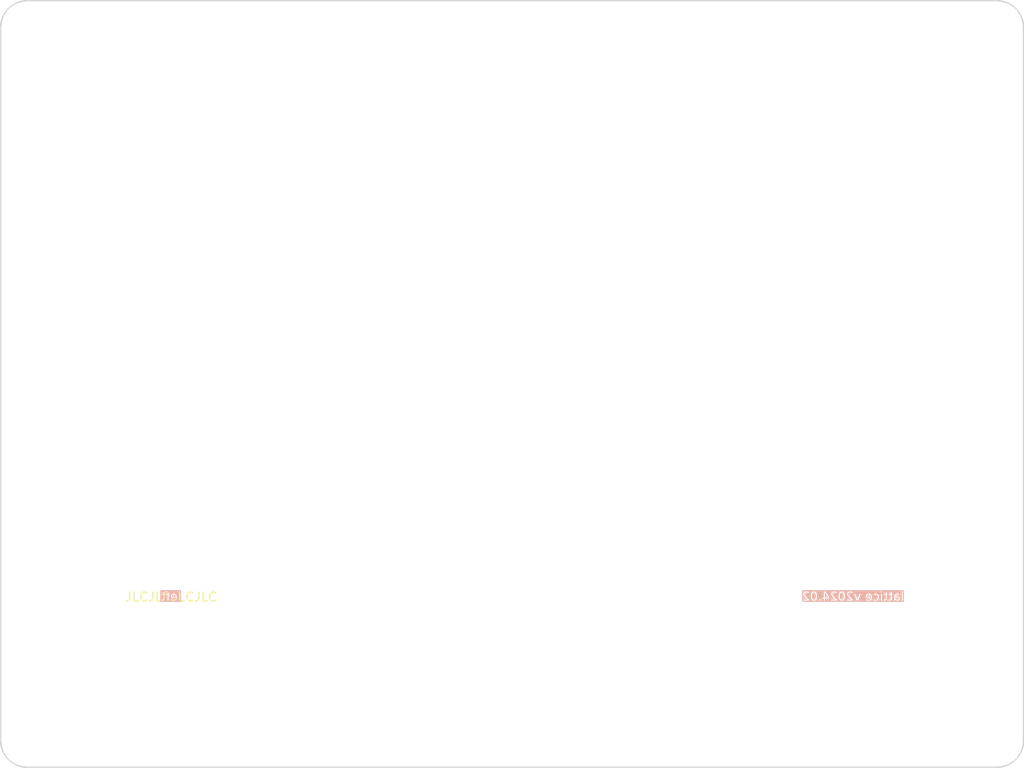
<source format=kicad_pcb>


(kicad_pcb (version 20171130) (host pcbnew 5.1.6)

  (page A4)
  (title_block
    (title lattice_left)
    (rev 2024.02)
    (company sboysel)
  )

  (general
    (thickness 1.6)
  )

  (layers
    (0 F.Cu signal)
    (31 B.Cu signal)
    (32 B.Adhes user)
    (33 F.Adhes user)
    (34 B.Paste user)
    (35 F.Paste user)
    (36 B.SilkS user)
    (37 F.SilkS user)
    (38 B.Mask user)
    (39 F.Mask user)
    (40 Dwgs.User user)
    (41 Cmts.User user)
    (42 Eco1.User user)
    (43 Eco2.User user)
    (44 Edge.Cuts user)
    (45 Margin user)
    (46 B.CrtYd user)
    (47 F.CrtYd user)
    (48 B.Fab user)
    (49 F.Fab user)
  )

  (setup
    (last_trace_width 0.25)
    (trace_clearance 0.2)
    (zone_clearance 0.508)
    (zone_45_only no)
    (trace_min 0.2)
    (via_size 0.8)
    (via_drill 0.4)
    (via_min_size 0.4)
    (via_min_drill 0.3)
    (uvia_size 0.3)
    (uvia_drill 0.1)
    (uvias_allowed no)
    (uvia_min_size 0.2)
    (uvia_min_drill 0.1)
    (edge_width 0.05)
    (segment_width 0.2)
    (pcb_text_width 0.3)
    (pcb_text_size 1.5 1.5)
    (mod_edge_width 0.12)
    (mod_text_size 1 1)
    (mod_text_width 0.15)
    (pad_size 1.524 1.524)
    (pad_drill 0.762)
    (pad_to_mask_clearance 0.05)
    (aux_axis_origin 0 0)
    (visible_elements FFFFFF7F)
    (pcbplotparams
      (layerselection 0x010fc_ffffffff)
      (usegerberextensions false)
      (usegerberattributes true)
      (usegerberadvancedattributes true)
      (creategerberjobfile true)
      (excludeedgelayer true)
      (linewidth 0.100000)
      (plotframeref false)
      (viasonmask false)
      (mode 1)
      (useauxorigin false)
      (hpglpennumber 1)
      (hpglpenspeed 20)
      (hpglpendiameter 15.000000)
      (psnegative false)
      (psa4output false)
      (plotreference true)
      (plotvalue true)
      (plotinvisibletext false)
      (padsonsilk false)
      (subtractmaskfromsilk false)
      (outputformat 1)
      (mirror false)
      (drillshape 1)
      (scaleselection 1)
      (outputdirectory ""))
  )

  (net 0 "")

  (net_class Default "This is the default net class."
    (clearance 0.2)
    (trace_width 0.25)
    (via_dia 0.8)
    (via_drill 0.4)
    (uvia_dia 0.3)
    (uvia_drill 0.1)
    (add_net "")
  )

  
    
        (module MX_SW_HS (layer B.Cu)

            (at 95.25 114.3 0)
            (fp_text reference "MX1" (at 0 0 0) (layer "B.Fab")
              (effects (font (size 1 1) (thickness 0.15)))
            )
        )
    
        

    
        (module MX_SW_HS (layer B.Cu)

            (at 95.25 95.25 0)
            (fp_text reference "MX2" (at 0 0 0) (layer "B.Fab")
              (effects (font (size 1 1) (thickness 0.15)))
            )
        )
    
        

    
        (module MX_SW_HS (layer B.Cu)

            (at 95.25 76.2 0)
            (fp_text reference "MX3" (at 0 0 0) (layer "B.Fab")
              (effects (font (size 1 1) (thickness 0.15)))
            )
        )
    
        

    
        (module MX_SW_HS (layer B.Cu)

            (at 95.25 57.150000000000006 0)
            (fp_text reference "MX4" (at 0 0 0) (layer "B.Fab")
              (effects (font (size 1 1) (thickness 0.15)))
            )
        )
    
        

    
        (module MX_SW_HS (layer B.Cu)

            (at 114.3 114.3 0)
            (fp_text reference "MX5" (at 0 0 0) (layer "B.Fab")
              (effects (font (size 1 1) (thickness 0.15)))
            )
        )
    
        

    
        (module MX_SW_HS (layer B.Cu)

            (at 114.3 95.25 0)
            (fp_text reference "MX6" (at 0 0 0) (layer "B.Fab")
              (effects (font (size 1 1) (thickness 0.15)))
            )
        )
    
        

    
        (module MX_SW_HS (layer B.Cu)

            (at 114.3 76.2 0)
            (fp_text reference "MX7" (at 0 0 0) (layer "B.Fab")
              (effects (font (size 1 1) (thickness 0.15)))
            )
        )
    
        

    
        (module MX_SW_HS (layer B.Cu)

            (at 114.3 57.150000000000006 0)
            (fp_text reference "MX8" (at 0 0 0) (layer "B.Fab")
              (effects (font (size 1 1) (thickness 0.15)))
            )
        )
    
        

    
        (module MX_SW_HS (layer B.Cu)

            (at 133.35 114.3 0)
            (fp_text reference "MX9" (at 0 0 0) (layer "B.Fab")
              (effects (font (size 1 1) (thickness 0.15)))
            )
        )
    
        

    
        (module MX_SW_HS (layer B.Cu)

            (at 133.35 95.25 0)
            (fp_text reference "MX10" (at 0 0 0) (layer "B.Fab")
              (effects (font (size 1 1) (thickness 0.15)))
            )
        )
    
        

    
        (module MX_SW_HS (layer B.Cu)

            (at 133.35 76.2 0)
            (fp_text reference "MX11" (at 0 0 0) (layer "B.Fab")
              (effects (font (size 1 1) (thickness 0.15)))
            )
        )
    
        

    
        (module MX_SW_HS (layer B.Cu)

            (at 133.35 57.150000000000006 0)
            (fp_text reference "MX12" (at 0 0 0) (layer "B.Fab")
              (effects (font (size 1 1) (thickness 0.15)))
            )
        )
    
        

    
        (module MX_SW_HS (layer B.Cu)

            (at 152.4 114.3 0)
            (fp_text reference "MX13" (at 0 0 0) (layer "B.Fab")
              (effects (font (size 1 1) (thickness 0.15)))
            )
        )
    
        

    
        (module MX_SW_HS (layer B.Cu)

            (at 152.4 95.25 0)
            (fp_text reference "MX14" (at 0 0 0) (layer "B.Fab")
              (effects (font (size 1 1) (thickness 0.15)))
            )
        )
    
        

    
        (module MX_SW_HS (layer B.Cu)

            (at 152.4 76.2 0)
            (fp_text reference "MX15" (at 0 0 0) (layer "B.Fab")
              (effects (font (size 1 1) (thickness 0.15)))
            )
        )
    
        

    
        (module MX_SW_HS (layer B.Cu)

            (at 152.4 57.150000000000006 0)
            (fp_text reference "MX16" (at 0 0 0) (layer "B.Fab")
              (effects (font (size 1 1) (thickness 0.15)))
            )
        )
    
        

    
        (module MX_SW_HS (layer B.Cu)

            (at 171.45 114.3 0)
            (fp_text reference "MX17" (at 0 0 0) (layer "B.Fab")
              (effects (font (size 1 1) (thickness 0.15)))
            )
        )
    
        

    
        (module MX_SW_HS (layer B.Cu)

            (at 171.45 95.25 0)
            (fp_text reference "MX18" (at 0 0 0) (layer "B.Fab")
              (effects (font (size 1 1) (thickness 0.15)))
            )
        )
    
        

    
        (module MX_SW_HS (layer B.Cu)

            (at 171.45 76.2 0)
            (fp_text reference "MX19" (at 0 0 0) (layer "B.Fab")
              (effects (font (size 1 1) (thickness 0.15)))
            )
        )
    
        

    
        (module MX_SW_HS (layer B.Cu)

            (at 171.45 57.150000000000006 0)
            (fp_text reference "MX20" (at 0 0 0) (layer "B.Fab")
              (effects (font (size 1 1) (thickness 0.15)))
            )
        )
    
        

    
        (module MX_SW_HS (layer B.Cu)

            (at 190.5 114.3 0)
            (fp_text reference "MX21" (at 0 0 0) (layer "B.Fab")
              (effects (font (size 1 1) (thickness 0.15)))
            )
        )
    
        

    
        (module MX_SW_HS (layer B.Cu)

            (at 190.5 95.25 0)
            (fp_text reference "MX22" (at 0 0 0) (layer "B.Fab")
              (effects (font (size 1 1) (thickness 0.15)))
            )
        )
    
        

    
        (module MX_SW_HS (layer B.Cu)

            (at 190.5 76.2 0)
            (fp_text reference "MX23" (at 0 0 0) (layer "B.Fab")
              (effects (font (size 1 1) (thickness 0.15)))
            )
        )
    
        

    
        (module MX_SW_HS (layer B.Cu)

            (at 190.5 57.150000000000006 0)
            (fp_text reference "MX24" (at 0 0 0) (layer "B.Fab")
              (effects (font (size 1 1) (thickness 0.15)))
            )
        )
    
        

    
        (module 1N4148W (layer B.Cu)

            (at 87.63 114.3 270)
            (fp_text reference "D1" (at 0 0 0) (layer "B.Fab")
              (effects (font (size 1 1) (thickness 0.15)))
            )
        )
    
        

    
        (module 1N4148W (layer B.Cu)

            (at 87.63 95.25 270)
            (fp_text reference "D2" (at 0 0 0) (layer "B.Fab")
              (effects (font (size 1 1) (thickness 0.15)))
            )
        )
    
        

    
        (module 1N4148W (layer B.Cu)

            (at 87.63 76.2 270)
            (fp_text reference "D3" (at 0 0 0) (layer "B.Fab")
              (effects (font (size 1 1) (thickness 0.15)))
            )
        )
    
        

    
        (module 1N4148W (layer B.Cu)

            (at 87.63 57.150000000000006 270)
            (fp_text reference "D4" (at 0 0 0) (layer "B.Fab")
              (effects (font (size 1 1) (thickness 0.15)))
            )
        )
    
        

    
        (module 1N4148W (layer B.Cu)

            (at 106.67999999999999 114.3 270)
            (fp_text reference "D5" (at 0 0 0) (layer "B.Fab")
              (effects (font (size 1 1) (thickness 0.15)))
            )
        )
    
        

    
        (module 1N4148W (layer B.Cu)

            (at 106.67999999999999 95.25 270)
            (fp_text reference "D6" (at 0 0 0) (layer "B.Fab")
              (effects (font (size 1 1) (thickness 0.15)))
            )
        )
    
        

    
        (module 1N4148W (layer B.Cu)

            (at 106.67999999999999 76.2 270)
            (fp_text reference "D7" (at 0 0 0) (layer "B.Fab")
              (effects (font (size 1 1) (thickness 0.15)))
            )
        )
    
        

    
        (module 1N4148W (layer B.Cu)

            (at 106.67999999999999 57.150000000000006 270)
            (fp_text reference "D8" (at 0 0 0) (layer "B.Fab")
              (effects (font (size 1 1) (thickness 0.15)))
            )
        )
    
        

    
        (module 1N4148W (layer B.Cu)

            (at 125.72999999999999 114.3 270)
            (fp_text reference "D9" (at 0 0 0) (layer "B.Fab")
              (effects (font (size 1 1) (thickness 0.15)))
            )
        )
    
        

    
        (module 1N4148W (layer B.Cu)

            (at 125.72999999999999 95.25 270)
            (fp_text reference "D10" (at 0 0 0) (layer "B.Fab")
              (effects (font (size 1 1) (thickness 0.15)))
            )
        )
    
        

    
        (module 1N4148W (layer B.Cu)

            (at 125.72999999999999 76.2 270)
            (fp_text reference "D11" (at 0 0 0) (layer "B.Fab")
              (effects (font (size 1 1) (thickness 0.15)))
            )
        )
    
        

    
        (module 1N4148W (layer B.Cu)

            (at 125.72999999999999 57.150000000000006 270)
            (fp_text reference "D12" (at 0 0 0) (layer "B.Fab")
              (effects (font (size 1 1) (thickness 0.15)))
            )
        )
    
        

    
        (module 1N4148W (layer B.Cu)

            (at 144.78 114.3 270)
            (fp_text reference "D13" (at 0 0 0) (layer "B.Fab")
              (effects (font (size 1 1) (thickness 0.15)))
            )
        )
    
        

    
        (module 1N4148W (layer B.Cu)

            (at 144.78 95.25 270)
            (fp_text reference "D14" (at 0 0 0) (layer "B.Fab")
              (effects (font (size 1 1) (thickness 0.15)))
            )
        )
    
        

    
        (module 1N4148W (layer B.Cu)

            (at 144.78 76.2 270)
            (fp_text reference "D15" (at 0 0 0) (layer "B.Fab")
              (effects (font (size 1 1) (thickness 0.15)))
            )
        )
    
        

    
        (module 1N4148W (layer B.Cu)

            (at 144.78 57.150000000000006 270)
            (fp_text reference "D16" (at 0 0 0) (layer "B.Fab")
              (effects (font (size 1 1) (thickness 0.15)))
            )
        )
    
        

    
        (module 1N4148W (layer B.Cu)

            (at 163.82999999999998 114.3 270)
            (fp_text reference "D17" (at 0 0 0) (layer "B.Fab")
              (effects (font (size 1 1) (thickness 0.15)))
            )
        )
    
        

    
        (module 1N4148W (layer B.Cu)

            (at 163.82999999999998 95.25 270)
            (fp_text reference "D18" (at 0 0 0) (layer "B.Fab")
              (effects (font (size 1 1) (thickness 0.15)))
            )
        )
    
        

    
        (module 1N4148W (layer B.Cu)

            (at 163.82999999999998 76.2 270)
            (fp_text reference "D19" (at 0 0 0) (layer "B.Fab")
              (effects (font (size 1 1) (thickness 0.15)))
            )
        )
    
        

    
        (module 1N4148W (layer B.Cu)

            (at 163.82999999999998 57.150000000000006 270)
            (fp_text reference "D20" (at 0 0 0) (layer "B.Fab")
              (effects (font (size 1 1) (thickness 0.15)))
            )
        )
    
        

    
        (module 1N4148W (layer B.Cu)

            (at 182.88 114.3 270)
            (fp_text reference "D21" (at 0 0 0) (layer "B.Fab")
              (effects (font (size 1 1) (thickness 0.15)))
            )
        )
    
        

    
        (module 1N4148W (layer B.Cu)

            (at 182.88 95.25 270)
            (fp_text reference "D22" (at 0 0 0) (layer "B.Fab")
              (effects (font (size 1 1) (thickness 0.15)))
            )
        )
    
        

    
        (module 1N4148W (layer B.Cu)

            (at 182.88 76.2 270)
            (fp_text reference "D23" (at 0 0 0) (layer "B.Fab")
              (effects (font (size 1 1) (thickness 0.15)))
            )
        )
    
        

    
        (module 1N4148W (layer B.Cu)

            (at 182.88 57.150000000000006 270)
            (fp_text reference "D24" (at 0 0 0) (layer "B.Fab")
              (effects (font (size 1 1) (thickness 0.15)))
            )
        )
    
        

    
        (module USB_C_Receptacle (layer B.Cu)

            (at 95.25 40.300000000000004 0)
            (fp_text reference "J1" (at 0 0 0) (layer "B.Fab")
              (effects (font (size 1 1) (thickness 0.15)))
            )
        )
    
        

    
        (module USB_C_Receptacle (layer B.Cu)

            (at 190.5 40.300000000000004 0)
            (fp_text reference "J2" (at 0 0 0) (layer "B.Fab")
              (effects (font (size 1 1) (thickness 0.15)))
            )
        )
    
        

    
        (module RP2040 (layer B.Cu)

            (at 152.4 45.243750000000006 45)
            (fp_text reference "U1" (at 0 0 0) (layer "B.Fab")
              (effects (font (size 1 1) (thickness 0.15)))
            )
        )
    
        

    
        (module W25Q128JVS (layer B.Cu)

            (at 114.3 45.243750000000006 0)
            (fp_text reference "U2" (at 0 0 0) (layer "B.Fab")
              (effects (font (size 1 1) (thickness 0.15)))
            )
        )
    
        

    
        (module USBLC6-2SC6 (layer B.Cu)

            (at 133.35 45.243750000000006 0)
            (fp_text reference "U3" (at 0 0 0) (layer "B.Fab")
              (effects (font (size 1 1) (thickness 0.15)))
            )
        )
    
        

    
        (module XC6206PxxxMR (layer B.Cu)

            (at 166.6875 45.243750000000006 0)
            (fp_text reference "U4" (at 0 0 0) (layer "B.Fab")
              (effects (font (size 1 1) (thickness 0.15)))
            )
        )
    
        

    
        (module Crystal_GND24_Small (layer B.Cu)

            (at 176.21249999999998 45.243750000000006 0)
            (fp_text reference "Y1" (at 0 0 0) (layer "B.Fab")
              (effects (font (size 1 1) (thickness 0.15)))
            )
        )
    
        

    
        (module 500mA (layer B.Cu)

            (at 104.775 45.243750000000006 90)
            (fp_text reference "F1" (at 0 0 0) (layer "B.Fab")
              (effects (font (size 1 1) (thickness 0.15)))
            )
        )
    
        

    
        (module 5k1 (layer B.Cu)

            (at 88.25 46.62500000000001 180)
            (fp_text reference "R1" (at 0 0 0) (layer "B.Fab")
              (effects (font (size 1 1) (thickness 0.15)))
            )
        )
    
        

    
        (module 5k1 (layer B.Cu)

            (at 88.25 48.62500000000001 180)
            (fp_text reference "R2" (at 0 0 0) (layer "B.Fab")
              (effects (font (size 1 1) (thickness 0.15)))
            )
        )
    
        

    
        (module Logo_Open_Hardware_Small (layer B.Cu)

            (at 142.875 104.77499999999999 180)
            (fp_text reference "SYM1" (at 0 0 0) (layer "B.Fab")
              (effects (font (size 1 1) (thickness 0.15)))
            )
        )
    
        

            (gr_text "JLCJLCJLCJLC" (at 104.775 104.77499999999999 0) (layer F.SilkS)
                (effects (font (size 1 1) (thickness 0.15)) )
            )
        

            (gr_text "left" (at 104.775 104.77499999999999 0) (layer B.SilkS knockout)
                (effects (font  (face "JetBrainsMono NF") (size 1 1) (thickness 0.15)) (justify mirror))
            )
        

            (gr_text "lattice v2024.02" (at 180.975 104.77499999999999 0) (layer B.SilkS knockout)
                (effects (font  (face "JetBrainsMono NF") (size 1 1) (thickness 0.15)) (justify mirror))
            )
        
  (gr_line (start 85.725 120.825) (end 85.725 41.10000000000001) (angle 90) (layer Edge.Cuts) (width 0.15))
(gr_line (start 88.725 38.10000000000001) (end 197.025 38.10000000000001) (angle 90) (layer Edge.Cuts) (width 0.15))
(gr_line (start 200.025 41.10000000000001) (end 200.025 120.825) (angle 90) (layer Edge.Cuts) (width 0.15))
(gr_line (start 197.025 123.825) (end 88.725 123.825) (angle 90) (layer Edge.Cuts) (width 0.15))
(gr_arc (start 88.725 41.10000000000001) (end 88.725 38.10000000000001) (angle -90) (layer Edge.Cuts) (width 0.15))
(gr_arc (start 197.025 41.10000000000001) (end 200.025 41.10000000000001) (angle -90) (layer Edge.Cuts) (width 0.15))
(gr_arc (start 197.025 120.825) (end 197.025 123.825) (angle -90) (layer Edge.Cuts) (width 0.15))
(gr_arc (start 88.725 120.825) (end 85.725 120.825) (angle -90) (layer Edge.Cuts) (width 0.15))

)


</source>
